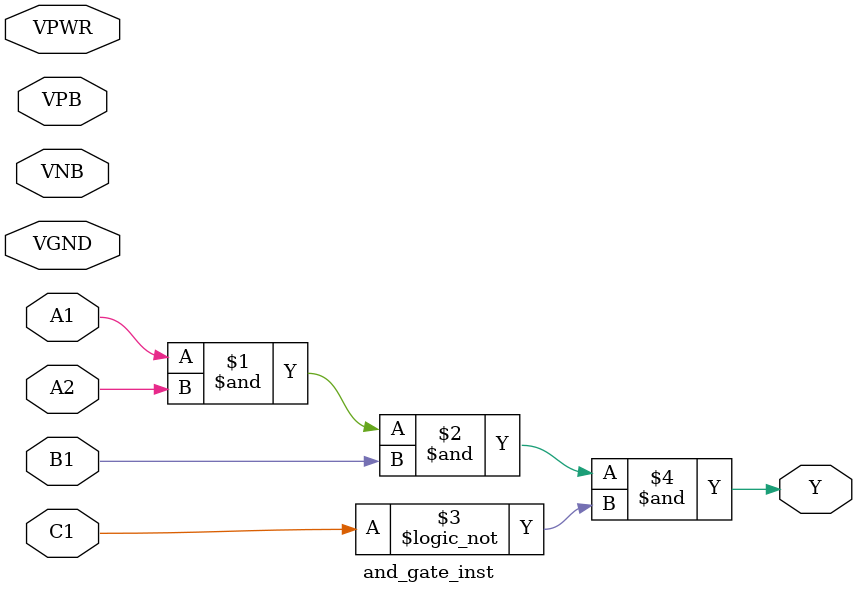
<source format=v>
module and_gate (
    input A1,
    input A2,
    input VPWR,
    input VGND,
    output Y
);

    and_gate_inst and_gate_inst (
        .Y(Y),
        .A1(A1),
        .A2(A2),
        .B1(1'b1), // connect to 1 for AND gate
        .C1(1'b0), // connect to 0 for AND gate
        .VPWR(VPWR),
        .VGND(VGND),
        .VPB(1'b0), // not used in AND gate
        .VNB(1'b0)  // not used in AND gate
    );

endmodule

module and_gate_inst (
    output Y,
    input A1,
    input A2,
    input B1,
    input C1,
    input VPWR,
    input VGND,
    input VPB,
    input VNB
);

    assign Y = (A1 & A2) & B1 & !C1;

endmodule
</source>
